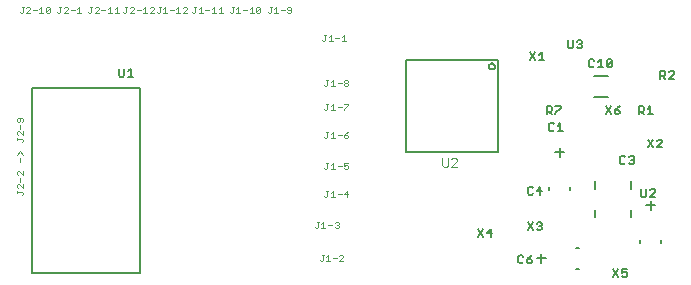
<source format=gto>
G75*
%MOIN*%
%OFA0B0*%
%FSLAX25Y25*%
%IPPOS*%
%LPD*%
%AMOC8*
5,1,8,0,0,1.08239X$1,22.5*
%
%ADD10C,0.00300*%
%ADD11C,0.00600*%
%ADD12C,0.00400*%
%ADD13C,0.00500*%
D10*
X0308237Y0242579D02*
X0308237Y0244997D01*
X0310172Y0244997D02*
X0310172Y0242579D01*
X0309688Y0242095D01*
X0308720Y0242095D01*
X0308237Y0242579D01*
X0311183Y0242095D02*
X0313118Y0244030D01*
X0313118Y0244514D01*
X0312634Y0244997D01*
X0311667Y0244997D01*
X0311183Y0244514D01*
X0311183Y0242095D02*
X0313118Y0242095D01*
D11*
X0336733Y0234965D02*
X0336733Y0233230D01*
X0337167Y0232796D01*
X0338034Y0232796D01*
X0338468Y0233230D01*
X0339680Y0234097D02*
X0341414Y0234097D01*
X0340981Y0232796D02*
X0340981Y0235398D01*
X0339680Y0234097D01*
X0338468Y0234965D02*
X0338034Y0235398D01*
X0337167Y0235398D01*
X0336733Y0234965D01*
X0343957Y0235358D02*
X0343957Y0234358D01*
X0350957Y0234358D02*
X0350957Y0235358D01*
X0359273Y0234815D02*
X0359273Y0237215D01*
X0367442Y0243466D02*
X0367875Y0243032D01*
X0368743Y0243032D01*
X0369177Y0243466D01*
X0370388Y0243466D02*
X0370822Y0243032D01*
X0371689Y0243032D01*
X0372123Y0243466D01*
X0372123Y0243900D01*
X0371689Y0244333D01*
X0371256Y0244333D01*
X0371689Y0244333D02*
X0372123Y0244767D01*
X0372123Y0245201D01*
X0371689Y0245634D01*
X0370822Y0245634D01*
X0370388Y0245201D01*
X0369177Y0245201D02*
X0368743Y0245634D01*
X0367875Y0245634D01*
X0367442Y0245201D01*
X0367442Y0243466D01*
X0371073Y0237215D02*
X0371073Y0234815D01*
X0374528Y0234611D02*
X0374528Y0232442D01*
X0374962Y0232009D01*
X0375829Y0232009D01*
X0376263Y0232442D01*
X0376263Y0234611D01*
X0377475Y0234177D02*
X0377909Y0234611D01*
X0378776Y0234611D01*
X0379210Y0234177D01*
X0379210Y0233743D01*
X0377475Y0232009D01*
X0379210Y0232009D01*
X0377772Y0230742D02*
X0377772Y0227742D01*
X0379272Y0229242D02*
X0376272Y0229242D01*
X0371073Y0227815D02*
X0371073Y0225415D01*
X0374272Y0217642D02*
X0374272Y0216642D01*
X0381272Y0216642D02*
X0381272Y0217642D01*
X0369761Y0207839D02*
X0368026Y0207839D01*
X0368026Y0206538D01*
X0368893Y0206972D01*
X0369327Y0206972D01*
X0369761Y0206538D01*
X0369761Y0205671D01*
X0369327Y0205237D01*
X0368460Y0205237D01*
X0368026Y0205671D01*
X0366814Y0205237D02*
X0365080Y0207839D01*
X0366814Y0207839D02*
X0365080Y0205237D01*
X0353862Y0208130D02*
X0352862Y0208130D01*
X0352862Y0215130D02*
X0353862Y0215130D01*
X0342762Y0211630D02*
X0339762Y0211630D01*
X0338265Y0210829D02*
X0337831Y0211263D01*
X0336530Y0211263D01*
X0336530Y0210395D01*
X0336964Y0209961D01*
X0337831Y0209961D01*
X0338265Y0210395D01*
X0338265Y0210829D01*
X0337397Y0212130D02*
X0336530Y0211263D01*
X0337397Y0212130D02*
X0338265Y0212564D01*
X0335318Y0212130D02*
X0334885Y0212564D01*
X0334017Y0212564D01*
X0333583Y0212130D01*
X0333583Y0210395D01*
X0334017Y0209961D01*
X0334885Y0209961D01*
X0335318Y0210395D01*
X0341262Y0210130D02*
X0341262Y0213130D01*
X0340981Y0220985D02*
X0340113Y0220985D01*
X0339680Y0221419D01*
X0340547Y0222286D02*
X0340981Y0222286D01*
X0341414Y0221852D01*
X0341414Y0221419D01*
X0340981Y0220985D01*
X0340981Y0222286D02*
X0341414Y0222720D01*
X0341414Y0223154D01*
X0340981Y0223587D01*
X0340113Y0223587D01*
X0339680Y0223154D01*
X0338468Y0223587D02*
X0336733Y0220985D01*
X0338468Y0220985D02*
X0336733Y0223587D01*
X0324879Y0219924D02*
X0323144Y0219924D01*
X0324445Y0221225D01*
X0324445Y0218623D01*
X0321932Y0218623D02*
X0320198Y0221225D01*
X0321932Y0221225D02*
X0320198Y0218623D01*
X0347457Y0245458D02*
X0347457Y0248458D01*
X0348957Y0246958D02*
X0345957Y0246958D01*
X0346766Y0254056D02*
X0348501Y0254056D01*
X0347634Y0254056D02*
X0347634Y0256658D01*
X0346766Y0255791D01*
X0345554Y0256224D02*
X0345121Y0256658D01*
X0344253Y0256658D01*
X0343820Y0256224D01*
X0343820Y0254490D01*
X0344253Y0254056D01*
X0345121Y0254056D01*
X0345554Y0254490D01*
X0345979Y0259568D02*
X0345979Y0260001D01*
X0347714Y0261736D01*
X0347714Y0262170D01*
X0345979Y0262170D01*
X0344767Y0261736D02*
X0344767Y0260869D01*
X0344333Y0260435D01*
X0343032Y0260435D01*
X0343032Y0259568D02*
X0343032Y0262170D01*
X0344333Y0262170D01*
X0344767Y0261736D01*
X0343900Y0260435D02*
X0344767Y0259568D01*
X0358836Y0265217D02*
X0363636Y0265217D01*
X0364452Y0262170D02*
X0362717Y0259568D01*
X0364452Y0259568D02*
X0362717Y0262170D01*
X0365664Y0260869D02*
X0366965Y0260869D01*
X0367399Y0260435D01*
X0367399Y0260001D01*
X0366965Y0259568D01*
X0366098Y0259568D01*
X0365664Y0260001D01*
X0365664Y0260869D01*
X0366531Y0261736D01*
X0367399Y0262170D01*
X0373741Y0262170D02*
X0373741Y0259568D01*
X0373741Y0260435D02*
X0375042Y0260435D01*
X0375476Y0260869D01*
X0375476Y0261736D01*
X0375042Y0262170D01*
X0373741Y0262170D01*
X0374608Y0260435D02*
X0375476Y0259568D01*
X0376687Y0259568D02*
X0378422Y0259568D01*
X0377555Y0259568D02*
X0377555Y0262170D01*
X0376687Y0261303D01*
X0376891Y0251146D02*
X0378625Y0248544D01*
X0379837Y0248544D02*
X0381572Y0250279D01*
X0381572Y0250713D01*
X0381138Y0251146D01*
X0380271Y0251146D01*
X0379837Y0250713D01*
X0378625Y0251146D02*
X0376891Y0248544D01*
X0379837Y0248544D02*
X0381572Y0248544D01*
X0380828Y0271379D02*
X0380828Y0273981D01*
X0382129Y0273981D01*
X0382562Y0273547D01*
X0382562Y0272680D01*
X0382129Y0272246D01*
X0380828Y0272246D01*
X0381695Y0272246D02*
X0382562Y0271379D01*
X0383774Y0271379D02*
X0385509Y0273114D01*
X0385509Y0273547D01*
X0385075Y0273981D01*
X0384208Y0273981D01*
X0383774Y0273547D01*
X0383774Y0271379D02*
X0385509Y0271379D01*
X0364833Y0275749D02*
X0364400Y0275316D01*
X0363532Y0275316D01*
X0363099Y0275749D01*
X0364833Y0277484D01*
X0364833Y0275749D01*
X0363099Y0275749D02*
X0363099Y0277484D01*
X0363532Y0277918D01*
X0364400Y0277918D01*
X0364833Y0277484D01*
X0361887Y0275316D02*
X0360152Y0275316D01*
X0361019Y0275316D02*
X0361019Y0277918D01*
X0360152Y0277051D01*
X0358940Y0277484D02*
X0358507Y0277918D01*
X0357639Y0277918D01*
X0357206Y0277484D01*
X0357206Y0275749D01*
X0357639Y0275316D01*
X0358507Y0275316D01*
X0358940Y0275749D01*
X0358836Y0272217D02*
X0363636Y0272217D01*
X0354367Y0281615D02*
X0353499Y0281615D01*
X0353065Y0282049D01*
X0351854Y0282049D02*
X0351854Y0284217D01*
X0353065Y0283783D02*
X0353499Y0284217D01*
X0354367Y0284217D01*
X0354800Y0283783D01*
X0354800Y0283350D01*
X0354367Y0282916D01*
X0354800Y0282482D01*
X0354800Y0282049D01*
X0354367Y0281615D01*
X0354367Y0282916D02*
X0353933Y0282916D01*
X0351854Y0282049D02*
X0351420Y0281615D01*
X0350553Y0281615D01*
X0350119Y0282049D01*
X0350119Y0284217D01*
X0341334Y0280280D02*
X0341334Y0277678D01*
X0340467Y0277678D02*
X0342202Y0277678D01*
X0340467Y0279413D02*
X0341334Y0280280D01*
X0339255Y0280280D02*
X0337520Y0277678D01*
X0339255Y0277678D02*
X0337520Y0280280D01*
X0359273Y0227815D02*
X0359273Y0225415D01*
X0205194Y0272166D02*
X0203459Y0272166D01*
X0204327Y0272166D02*
X0204327Y0274768D01*
X0203459Y0273901D01*
X0202247Y0274768D02*
X0202247Y0272600D01*
X0201814Y0272166D01*
X0200946Y0272166D01*
X0200513Y0272600D01*
X0200513Y0274768D01*
D12*
X0200350Y0293326D02*
X0199016Y0293326D01*
X0199683Y0293326D02*
X0199683Y0295328D01*
X0199016Y0294660D01*
X0198140Y0293326D02*
X0196806Y0293326D01*
X0197473Y0293326D02*
X0197473Y0295328D01*
X0196806Y0294660D01*
X0195931Y0294327D02*
X0194596Y0294327D01*
X0193721Y0294660D02*
X0193721Y0294994D01*
X0193387Y0295328D01*
X0192720Y0295328D01*
X0192386Y0294994D01*
X0191511Y0295328D02*
X0190844Y0295328D01*
X0191177Y0295328D02*
X0191177Y0293660D01*
X0190844Y0293326D01*
X0190510Y0293326D01*
X0190176Y0293660D01*
X0192386Y0293326D02*
X0193721Y0294660D01*
X0193721Y0293326D02*
X0192386Y0293326D01*
X0187904Y0293326D02*
X0186570Y0293326D01*
X0187237Y0293326D02*
X0187237Y0295328D01*
X0186570Y0294660D01*
X0185694Y0294327D02*
X0184360Y0294327D01*
X0183485Y0294660D02*
X0183485Y0294994D01*
X0183151Y0295328D01*
X0182484Y0295328D01*
X0182150Y0294994D01*
X0181275Y0295328D02*
X0180607Y0295328D01*
X0180941Y0295328D02*
X0180941Y0293660D01*
X0180607Y0293326D01*
X0180274Y0293326D01*
X0179940Y0293660D01*
X0182150Y0293326D02*
X0183485Y0294660D01*
X0183485Y0293326D02*
X0182150Y0293326D01*
X0177516Y0293660D02*
X0177182Y0293326D01*
X0176515Y0293326D01*
X0176181Y0293660D01*
X0177516Y0294994D01*
X0177516Y0293660D01*
X0177516Y0294994D02*
X0177182Y0295328D01*
X0176515Y0295328D01*
X0176181Y0294994D01*
X0176181Y0293660D01*
X0175306Y0293326D02*
X0173971Y0293326D01*
X0174639Y0293326D02*
X0174639Y0295328D01*
X0173971Y0294660D01*
X0173096Y0294327D02*
X0171761Y0294327D01*
X0170886Y0294660D02*
X0170886Y0294994D01*
X0170552Y0295328D01*
X0169885Y0295328D01*
X0169552Y0294994D01*
X0168676Y0295328D02*
X0168009Y0295328D01*
X0168343Y0295328D02*
X0168343Y0293660D01*
X0168009Y0293326D01*
X0167675Y0293326D01*
X0167342Y0293660D01*
X0169552Y0293326D02*
X0170886Y0294660D01*
X0170886Y0293326D02*
X0169552Y0293326D01*
X0201987Y0293660D02*
X0202321Y0293326D01*
X0202655Y0293326D01*
X0202988Y0293660D01*
X0202988Y0295328D01*
X0202655Y0295328D02*
X0203322Y0295328D01*
X0204197Y0294994D02*
X0204531Y0295328D01*
X0205198Y0295328D01*
X0205532Y0294994D01*
X0205532Y0294660D01*
X0204197Y0293326D01*
X0205532Y0293326D01*
X0206407Y0294327D02*
X0207742Y0294327D01*
X0208617Y0294660D02*
X0209284Y0295328D01*
X0209284Y0293326D01*
X0208617Y0293326D02*
X0209952Y0293326D01*
X0210827Y0293326D02*
X0212161Y0294660D01*
X0212161Y0294994D01*
X0211828Y0295328D01*
X0211161Y0295328D01*
X0210827Y0294994D01*
X0210827Y0293326D02*
X0212161Y0293326D01*
X0213011Y0293660D02*
X0213345Y0293326D01*
X0213678Y0293326D01*
X0214012Y0293660D01*
X0214012Y0295328D01*
X0214345Y0295328D02*
X0213678Y0295328D01*
X0215221Y0294660D02*
X0215888Y0295328D01*
X0215888Y0293326D01*
X0215221Y0293326D02*
X0216555Y0293326D01*
X0217431Y0294327D02*
X0218765Y0294327D01*
X0219641Y0294660D02*
X0220308Y0295328D01*
X0220308Y0293326D01*
X0219641Y0293326D02*
X0220975Y0293326D01*
X0221851Y0293326D02*
X0223185Y0294660D01*
X0223185Y0294994D01*
X0222851Y0295328D01*
X0222184Y0295328D01*
X0221851Y0294994D01*
X0221851Y0293326D02*
X0223185Y0293326D01*
X0224822Y0293660D02*
X0225156Y0293326D01*
X0225489Y0293326D01*
X0225823Y0293660D01*
X0225823Y0295328D01*
X0225489Y0295328D02*
X0226157Y0295328D01*
X0227032Y0294660D02*
X0227699Y0295328D01*
X0227699Y0293326D01*
X0227032Y0293326D02*
X0228366Y0293326D01*
X0229242Y0294327D02*
X0230576Y0294327D01*
X0231452Y0294660D02*
X0232119Y0295328D01*
X0232119Y0293326D01*
X0231452Y0293326D02*
X0232786Y0293326D01*
X0233662Y0293326D02*
X0234996Y0293326D01*
X0234329Y0293326D02*
X0234329Y0295328D01*
X0233662Y0294660D01*
X0237420Y0293660D02*
X0237754Y0293326D01*
X0238088Y0293326D01*
X0238421Y0293660D01*
X0238421Y0295328D01*
X0238088Y0295328D02*
X0238755Y0295328D01*
X0239630Y0294660D02*
X0240298Y0295328D01*
X0240298Y0293326D01*
X0240965Y0293326D02*
X0239630Y0293326D01*
X0241840Y0294327D02*
X0243175Y0294327D01*
X0244050Y0294660D02*
X0244717Y0295328D01*
X0244717Y0293326D01*
X0244050Y0293326D02*
X0245385Y0293326D01*
X0246260Y0293660D02*
X0247594Y0294994D01*
X0247594Y0293660D01*
X0247261Y0293326D01*
X0246594Y0293326D01*
X0246260Y0293660D01*
X0246260Y0294994D01*
X0246594Y0295328D01*
X0247261Y0295328D01*
X0247594Y0294994D01*
X0250019Y0293660D02*
X0250353Y0293326D01*
X0250686Y0293326D01*
X0251020Y0293660D01*
X0251020Y0295328D01*
X0251353Y0295328D02*
X0250686Y0295328D01*
X0252229Y0294660D02*
X0252896Y0295328D01*
X0252896Y0293326D01*
X0252229Y0293326D02*
X0253563Y0293326D01*
X0254439Y0294327D02*
X0255773Y0294327D01*
X0256649Y0294660D02*
X0256982Y0294327D01*
X0257983Y0294327D01*
X0257983Y0293660D02*
X0257983Y0294994D01*
X0257649Y0295328D01*
X0256982Y0295328D01*
X0256649Y0294994D01*
X0256649Y0294660D01*
X0256649Y0293660D02*
X0256982Y0293326D01*
X0257649Y0293326D01*
X0257983Y0293660D01*
X0268796Y0285879D02*
X0269464Y0285879D01*
X0269130Y0285879D02*
X0269130Y0284211D01*
X0268796Y0283877D01*
X0268463Y0283877D01*
X0268129Y0284211D01*
X0270339Y0283877D02*
X0271673Y0283877D01*
X0271006Y0283877D02*
X0271006Y0285879D01*
X0270339Y0285212D01*
X0272549Y0284878D02*
X0273883Y0284878D01*
X0274759Y0285212D02*
X0275426Y0285879D01*
X0275426Y0283877D01*
X0274759Y0283877D02*
X0276093Y0283877D01*
X0275880Y0270918D02*
X0276547Y0270918D01*
X0276881Y0270585D01*
X0276881Y0270251D01*
X0276547Y0269917D01*
X0275880Y0269917D01*
X0275546Y0270251D01*
X0275546Y0270585D01*
X0275880Y0270918D01*
X0275880Y0269917D02*
X0275546Y0269584D01*
X0275546Y0269250D01*
X0275880Y0268917D01*
X0276547Y0268917D01*
X0276881Y0269250D01*
X0276881Y0269584D01*
X0276547Y0269917D01*
X0274671Y0269917D02*
X0273336Y0269917D01*
X0272461Y0268917D02*
X0271126Y0268917D01*
X0271794Y0268917D02*
X0271794Y0270918D01*
X0271126Y0270251D01*
X0270251Y0270918D02*
X0269584Y0270918D01*
X0269917Y0270918D02*
X0269917Y0269250D01*
X0269584Y0268917D01*
X0269250Y0268917D01*
X0268917Y0269250D01*
X0269584Y0263044D02*
X0270251Y0263044D01*
X0269917Y0263044D02*
X0269917Y0261376D01*
X0269584Y0261043D01*
X0269250Y0261043D01*
X0268917Y0261376D01*
X0271126Y0261043D02*
X0272461Y0261043D01*
X0271794Y0261043D02*
X0271794Y0263044D01*
X0271126Y0262377D01*
X0273336Y0262043D02*
X0274671Y0262043D01*
X0275546Y0261376D02*
X0275546Y0261043D01*
X0275546Y0261376D02*
X0276881Y0262711D01*
X0276881Y0263044D01*
X0275546Y0263044D01*
X0276881Y0253595D02*
X0276213Y0253262D01*
X0275546Y0252595D01*
X0276547Y0252595D01*
X0276881Y0252261D01*
X0276881Y0251927D01*
X0276547Y0251594D01*
X0275880Y0251594D01*
X0275546Y0251927D01*
X0275546Y0252595D01*
X0274671Y0252595D02*
X0273336Y0252595D01*
X0272461Y0251594D02*
X0271126Y0251594D01*
X0271794Y0251594D02*
X0271794Y0253595D01*
X0271126Y0252928D01*
X0270251Y0253595D02*
X0269584Y0253595D01*
X0269917Y0253595D02*
X0269917Y0251927D01*
X0269584Y0251594D01*
X0269250Y0251594D01*
X0268917Y0251927D01*
X0269584Y0243359D02*
X0270251Y0243359D01*
X0269917Y0243359D02*
X0269917Y0241691D01*
X0269584Y0241357D01*
X0269250Y0241357D01*
X0268917Y0241691D01*
X0271126Y0241357D02*
X0272461Y0241357D01*
X0271794Y0241357D02*
X0271794Y0243359D01*
X0271126Y0242692D01*
X0273336Y0242358D02*
X0274671Y0242358D01*
X0275546Y0242358D02*
X0276213Y0242692D01*
X0276547Y0242692D01*
X0276881Y0242358D01*
X0276881Y0241691D01*
X0276547Y0241357D01*
X0275880Y0241357D01*
X0275546Y0241691D01*
X0275546Y0242358D02*
X0275546Y0243359D01*
X0276881Y0243359D01*
X0276547Y0233910D02*
X0275546Y0232910D01*
X0276881Y0232910D01*
X0276547Y0233910D02*
X0276547Y0231909D01*
X0274671Y0232910D02*
X0273336Y0232910D01*
X0272461Y0231909D02*
X0271126Y0231909D01*
X0271794Y0231909D02*
X0271794Y0233910D01*
X0271126Y0233243D01*
X0270251Y0233910D02*
X0269584Y0233910D01*
X0269917Y0233910D02*
X0269917Y0232242D01*
X0269584Y0231909D01*
X0269250Y0231909D01*
X0268917Y0232242D01*
X0268644Y0223674D02*
X0268644Y0221672D01*
X0267977Y0221672D02*
X0269311Y0221672D01*
X0270187Y0222673D02*
X0271521Y0222673D01*
X0272397Y0222006D02*
X0272730Y0221672D01*
X0273397Y0221672D01*
X0273731Y0222006D01*
X0273731Y0222340D01*
X0273397Y0222673D01*
X0273064Y0222673D01*
X0273397Y0222673D02*
X0273731Y0223007D01*
X0273731Y0223341D01*
X0273397Y0223674D01*
X0272730Y0223674D01*
X0272397Y0223341D01*
X0268644Y0223674D02*
X0267977Y0223007D01*
X0267101Y0223674D02*
X0266434Y0223674D01*
X0266768Y0223674D02*
X0266768Y0222006D01*
X0266434Y0221672D01*
X0266101Y0221672D01*
X0265767Y0222006D01*
X0268009Y0212651D02*
X0268676Y0212651D01*
X0268343Y0212651D02*
X0268343Y0210982D01*
X0268009Y0210649D01*
X0267675Y0210649D01*
X0267342Y0210982D01*
X0269552Y0210649D02*
X0270886Y0210649D01*
X0270219Y0210649D02*
X0270219Y0212651D01*
X0269552Y0211983D01*
X0271761Y0211650D02*
X0273096Y0211650D01*
X0273971Y0212317D02*
X0274305Y0212651D01*
X0274972Y0212651D01*
X0275306Y0212317D01*
X0275306Y0211983D01*
X0273971Y0210649D01*
X0275306Y0210649D01*
X0168517Y0233030D02*
X0168517Y0233363D01*
X0168183Y0233697D01*
X0166515Y0233697D01*
X0166515Y0233363D02*
X0166515Y0234031D01*
X0166848Y0234906D02*
X0166515Y0235240D01*
X0166515Y0235907D01*
X0166848Y0236240D01*
X0167182Y0236240D01*
X0168517Y0234906D01*
X0168517Y0236240D01*
X0167516Y0237116D02*
X0167516Y0238450D01*
X0166848Y0239326D02*
X0166515Y0239659D01*
X0166515Y0240327D01*
X0166848Y0240660D01*
X0167182Y0240660D01*
X0168517Y0239326D01*
X0168517Y0240660D01*
X0167516Y0243745D02*
X0167516Y0245080D01*
X0168517Y0245955D02*
X0167516Y0247290D01*
X0166515Y0245955D01*
X0168183Y0250375D02*
X0168517Y0250709D01*
X0168517Y0251042D01*
X0168183Y0251376D01*
X0166515Y0251376D01*
X0166515Y0251042D02*
X0166515Y0251710D01*
X0166848Y0252585D02*
X0166515Y0252919D01*
X0166515Y0253586D01*
X0166848Y0253919D01*
X0167182Y0253919D01*
X0168517Y0252585D01*
X0168517Y0253919D01*
X0167516Y0254795D02*
X0167516Y0256129D01*
X0167182Y0257005D02*
X0167516Y0257338D01*
X0167516Y0258339D01*
X0168183Y0258339D02*
X0166848Y0258339D01*
X0166515Y0258006D01*
X0166515Y0257338D01*
X0166848Y0257005D01*
X0167182Y0257005D01*
X0168183Y0257005D02*
X0168517Y0257338D01*
X0168517Y0258006D01*
X0168183Y0258339D01*
X0168517Y0233030D02*
X0168183Y0232696D01*
D13*
X0171492Y0206581D02*
X0171492Y0268490D01*
X0207516Y0268490D01*
X0207516Y0206581D01*
X0171492Y0206581D01*
X0296276Y0247063D02*
X0296276Y0277575D01*
X0326787Y0277575D01*
X0326787Y0247063D01*
X0296276Y0247063D01*
X0323835Y0275606D02*
X0323837Y0275668D01*
X0323843Y0275731D01*
X0323853Y0275792D01*
X0323867Y0275853D01*
X0323884Y0275913D01*
X0323905Y0275972D01*
X0323931Y0276029D01*
X0323959Y0276084D01*
X0323991Y0276138D01*
X0324027Y0276189D01*
X0324065Y0276239D01*
X0324107Y0276285D01*
X0324151Y0276329D01*
X0324199Y0276370D01*
X0324248Y0276408D01*
X0324300Y0276442D01*
X0324354Y0276473D01*
X0324410Y0276501D01*
X0324468Y0276525D01*
X0324527Y0276546D01*
X0324587Y0276562D01*
X0324648Y0276575D01*
X0324710Y0276584D01*
X0324772Y0276589D01*
X0324835Y0276590D01*
X0324897Y0276587D01*
X0324959Y0276580D01*
X0325021Y0276569D01*
X0325081Y0276554D01*
X0325141Y0276536D01*
X0325199Y0276514D01*
X0325256Y0276488D01*
X0325311Y0276458D01*
X0325364Y0276425D01*
X0325415Y0276389D01*
X0325463Y0276350D01*
X0325509Y0276307D01*
X0325552Y0276262D01*
X0325592Y0276214D01*
X0325629Y0276164D01*
X0325663Y0276111D01*
X0325694Y0276057D01*
X0325720Y0276001D01*
X0325744Y0275943D01*
X0325763Y0275883D01*
X0325779Y0275823D01*
X0325791Y0275761D01*
X0325799Y0275700D01*
X0325803Y0275637D01*
X0325803Y0275575D01*
X0325799Y0275512D01*
X0325791Y0275451D01*
X0325779Y0275389D01*
X0325763Y0275329D01*
X0325744Y0275269D01*
X0325720Y0275211D01*
X0325694Y0275155D01*
X0325663Y0275101D01*
X0325629Y0275048D01*
X0325592Y0274998D01*
X0325552Y0274950D01*
X0325509Y0274905D01*
X0325463Y0274862D01*
X0325415Y0274823D01*
X0325364Y0274787D01*
X0325311Y0274754D01*
X0325256Y0274724D01*
X0325199Y0274698D01*
X0325141Y0274676D01*
X0325081Y0274658D01*
X0325021Y0274643D01*
X0324959Y0274632D01*
X0324897Y0274625D01*
X0324835Y0274622D01*
X0324772Y0274623D01*
X0324710Y0274628D01*
X0324648Y0274637D01*
X0324587Y0274650D01*
X0324527Y0274666D01*
X0324468Y0274687D01*
X0324410Y0274711D01*
X0324354Y0274739D01*
X0324300Y0274770D01*
X0324248Y0274804D01*
X0324199Y0274842D01*
X0324151Y0274883D01*
X0324107Y0274927D01*
X0324065Y0274973D01*
X0324027Y0275023D01*
X0323991Y0275074D01*
X0323959Y0275128D01*
X0323931Y0275183D01*
X0323905Y0275240D01*
X0323884Y0275299D01*
X0323867Y0275359D01*
X0323853Y0275420D01*
X0323843Y0275481D01*
X0323837Y0275544D01*
X0323835Y0275606D01*
M02*

</source>
